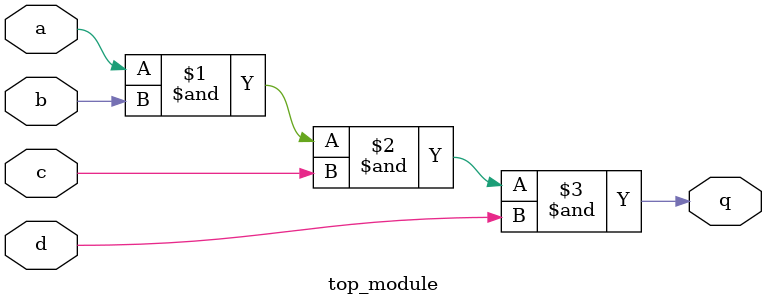
<source format=sv>
module top_module (
	input a, 
	input b, 
	input c, 
	input d,
	output q
);
	
	assign q = (a & b & c & d);

endmodule

</source>
